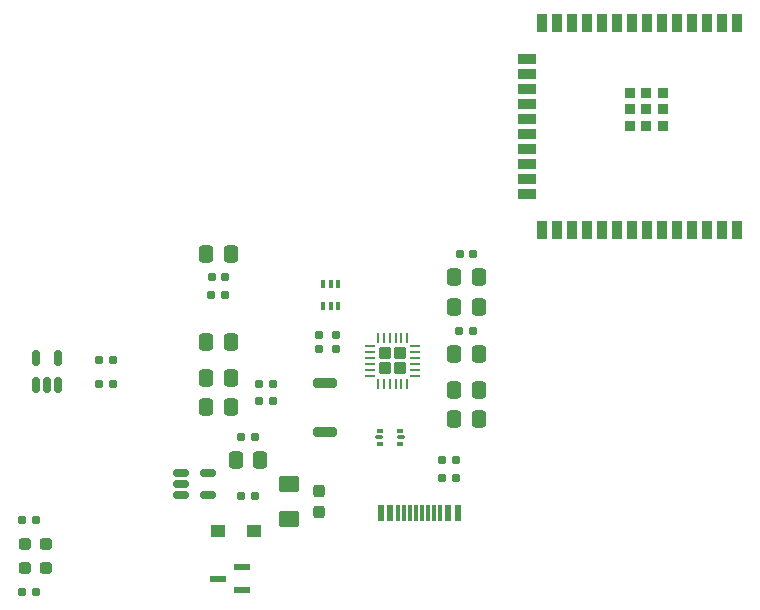
<source format=gbr>
%TF.GenerationSoftware,KiCad,Pcbnew,8.0.3*%
%TF.CreationDate,2024-06-13T15:47:36+01:00*%
%TF.ProjectId,PCB,5043422e-6b69-4636-9164-5f7063625858,rev?*%
%TF.SameCoordinates,Original*%
%TF.FileFunction,Paste,Top*%
%TF.FilePolarity,Positive*%
%FSLAX46Y46*%
G04 Gerber Fmt 4.6, Leading zero omitted, Abs format (unit mm)*
G04 Created by KiCad (PCBNEW 8.0.3) date 2024-06-13 15:47:36*
%MOMM*%
%LPD*%
G01*
G04 APERTURE LIST*
G04 Aperture macros list*
%AMRoundRect*
0 Rectangle with rounded corners*
0 $1 Rounding radius*
0 $2 $3 $4 $5 $6 $7 $8 $9 X,Y pos of 4 corners*
0 Add a 4 corners polygon primitive as box body*
4,1,4,$2,$3,$4,$5,$6,$7,$8,$9,$2,$3,0*
0 Add four circle primitives for the rounded corners*
1,1,$1+$1,$2,$3*
1,1,$1+$1,$4,$5*
1,1,$1+$1,$6,$7*
1,1,$1+$1,$8,$9*
0 Add four rect primitives between the rounded corners*
20,1,$1+$1,$2,$3,$4,$5,0*
20,1,$1+$1,$4,$5,$6,$7,0*
20,1,$1+$1,$6,$7,$8,$9,0*
20,1,$1+$1,$8,$9,$2,$3,0*%
G04 Aperture macros list end*
%ADD10RoundRect,0.200000X0.800000X-0.200000X0.800000X0.200000X-0.800000X0.200000X-0.800000X-0.200000X0*%
%ADD11RoundRect,0.160000X0.197500X0.160000X-0.197500X0.160000X-0.197500X-0.160000X0.197500X-0.160000X0*%
%ADD12RoundRect,0.160000X-0.197500X-0.160000X0.197500X-0.160000X0.197500X0.160000X-0.197500X0.160000X0*%
%ADD13RoundRect,0.155000X-0.212500X-0.155000X0.212500X-0.155000X0.212500X0.155000X-0.212500X0.155000X0*%
%ADD14RoundRect,0.250000X-0.337500X-0.475000X0.337500X-0.475000X0.337500X0.475000X-0.337500X0.475000X0*%
%ADD15R,0.600000X1.450000*%
%ADD16R,0.300000X1.450000*%
%ADD17R,0.900000X1.500000*%
%ADD18R,1.500000X0.900000*%
%ADD19R,0.900000X0.900000*%
%ADD20RoundRect,0.100000X0.100000X-0.225000X0.100000X0.225000X-0.100000X0.225000X-0.100000X-0.225000X0*%
%ADD21RoundRect,0.237500X-0.287500X-0.237500X0.287500X-0.237500X0.287500X0.237500X-0.287500X0.237500X0*%
%ADD22RoundRect,0.237500X0.237500X-0.287500X0.237500X0.287500X-0.237500X0.287500X-0.237500X-0.287500X0*%
%ADD23RoundRect,0.150000X0.150000X-0.512500X0.150000X0.512500X-0.150000X0.512500X-0.150000X-0.512500X0*%
%ADD24RoundRect,0.160000X0.160000X-0.197500X0.160000X0.197500X-0.160000X0.197500X-0.160000X-0.197500X0*%
%ADD25RoundRect,0.093750X-0.156250X-0.093750X0.156250X-0.093750X0.156250X0.093750X-0.156250X0.093750X0*%
%ADD26RoundRect,0.075000X-0.250000X-0.075000X0.250000X-0.075000X0.250000X0.075000X-0.250000X0.075000X0*%
%ADD27R,1.320800X0.558800*%
%ADD28RoundRect,0.237500X0.287500X0.237500X-0.287500X0.237500X-0.287500X-0.237500X0.287500X-0.237500X0*%
%ADD29RoundRect,0.250001X0.624999X-0.462499X0.624999X0.462499X-0.624999X0.462499X-0.624999X-0.462499X0*%
%ADD30RoundRect,0.150000X-0.512500X-0.150000X0.512500X-0.150000X0.512500X0.150000X-0.512500X0.150000X0*%
%ADD31RoundRect,0.250000X0.275000X-0.275000X0.275000X0.275000X-0.275000X0.275000X-0.275000X-0.275000X0*%
%ADD32RoundRect,0.062500X0.062500X-0.350000X0.062500X0.350000X-0.062500X0.350000X-0.062500X-0.350000X0*%
%ADD33RoundRect,0.062500X0.350000X-0.062500X0.350000X0.062500X-0.350000X0.062500X-0.350000X-0.062500X0*%
%ADD34R,1.143000X1.092200*%
G04 APERTURE END LIST*
D10*
%TO.C,SW2*%
X92500000Y-154100000D03*
X92500000Y-149900000D03*
%TD*%
D11*
%TO.C,R13*%
X88097500Y-151500000D03*
X86902500Y-151500000D03*
%TD*%
D12*
%TO.C,R12*%
X86902500Y-150000000D03*
X88097500Y-150000000D03*
%TD*%
%TO.C,R9*%
X82902500Y-142500000D03*
X84097500Y-142500000D03*
%TD*%
D13*
%TO.C,C10*%
X103932500Y-139000000D03*
X105067500Y-139000000D03*
%TD*%
D12*
%TO.C,R5*%
X102402500Y-156500000D03*
X103597500Y-156500000D03*
%TD*%
D14*
%TO.C,C1*%
X84962500Y-156500000D03*
X87037500Y-156500000D03*
%TD*%
D15*
%TO.C,J1*%
X97250000Y-160955000D03*
X98050000Y-160955000D03*
D16*
X99250000Y-160955000D03*
X100250000Y-160955000D03*
X100750000Y-160955000D03*
X101750000Y-160955000D03*
D15*
X102950000Y-160955000D03*
X103750000Y-160955000D03*
X103750000Y-160955000D03*
X102950000Y-160955000D03*
D16*
X102250000Y-160955000D03*
X101250000Y-160955000D03*
X99750000Y-160955000D03*
X98750000Y-160955000D03*
D15*
X98050000Y-160955000D03*
X97250000Y-160955000D03*
%TD*%
D11*
%TO.C,R3*%
X86597500Y-154500000D03*
X85402500Y-154500000D03*
%TD*%
%TO.C,R8*%
X105097500Y-145500000D03*
X103902500Y-145500000D03*
%TD*%
D13*
%TO.C,C12*%
X82932500Y-141000000D03*
X84067500Y-141000000D03*
%TD*%
D17*
%TO.C,U5*%
X127430000Y-119500000D03*
X126160000Y-119500000D03*
X124890000Y-119500000D03*
X123620000Y-119500000D03*
X122350000Y-119500000D03*
X121080000Y-119500000D03*
X119810000Y-119500000D03*
X118540000Y-119500000D03*
X117270000Y-119500000D03*
X116000000Y-119500000D03*
X114730000Y-119500000D03*
X113460000Y-119500000D03*
X112190000Y-119500000D03*
X110920000Y-119500000D03*
D18*
X109670000Y-122540000D03*
X109670000Y-123810000D03*
X109670000Y-125080000D03*
X109670000Y-126350000D03*
X109670000Y-127620000D03*
X109670000Y-128890000D03*
X109670000Y-130160000D03*
X109670000Y-131430000D03*
X109670000Y-132700000D03*
X109670000Y-133970000D03*
D17*
X110920000Y-137000000D03*
X112190000Y-137000000D03*
X113460000Y-137000000D03*
X114730000Y-137000000D03*
X116000000Y-137000000D03*
X117270000Y-137000000D03*
X118540000Y-137000000D03*
X119810000Y-137000000D03*
X121080000Y-137000000D03*
X122350000Y-137000000D03*
X123620000Y-137000000D03*
X124890000Y-137000000D03*
X126160000Y-137000000D03*
X127430000Y-137000000D03*
D19*
X121110000Y-125350000D03*
X119710000Y-125350000D03*
X118310000Y-125350000D03*
X121110000Y-126750000D03*
X119710000Y-126750000D03*
X118310000Y-126750000D03*
X121110000Y-128150000D03*
X119710000Y-128150000D03*
X118310000Y-128150000D03*
%TD*%
D14*
%TO.C,C8*%
X82462500Y-146500000D03*
X84537500Y-146500000D03*
%TD*%
%TO.C,C13*%
X103462500Y-141000000D03*
X105537500Y-141000000D03*
%TD*%
D11*
%TO.C,R6*%
X68097500Y-161500000D03*
X66902500Y-161500000D03*
%TD*%
D12*
%TO.C,R4*%
X102402500Y-158000000D03*
X103597500Y-158000000D03*
%TD*%
D20*
%TO.C,Q2*%
X92350000Y-143450000D03*
X93000000Y-143450000D03*
X93650000Y-143450000D03*
X93650000Y-141550000D03*
X93000000Y-141550000D03*
X92350000Y-141550000D03*
%TD*%
D11*
%TO.C,R1*%
X86597500Y-159500000D03*
X85402500Y-159500000D03*
%TD*%
D21*
%TO.C,D1*%
X67125000Y-163611250D03*
X68875000Y-163611250D03*
%TD*%
D13*
%TO.C,C4*%
X73432500Y-150000000D03*
X74567500Y-150000000D03*
%TD*%
D22*
%TO.C,FB1*%
X92000000Y-160875000D03*
X92000000Y-159125000D03*
%TD*%
D12*
%TO.C,R2*%
X73402500Y-148000000D03*
X74597500Y-148000000D03*
%TD*%
D23*
%TO.C,U1*%
X68050000Y-150137500D03*
X69000000Y-150137500D03*
X69950000Y-150137500D03*
X69950000Y-147862500D03*
X68050000Y-147862500D03*
%TD*%
D14*
%TO.C,C6*%
X103462500Y-150500000D03*
X105537500Y-150500000D03*
%TD*%
D24*
%TO.C,R11*%
X93500000Y-147097500D03*
X93500000Y-145902500D03*
%TD*%
D25*
%TO.C,U3*%
X97187500Y-154000000D03*
D26*
X97112500Y-154537500D03*
D25*
X97187500Y-155075000D03*
X98887500Y-155075000D03*
D26*
X98962500Y-154537500D03*
D25*
X98887500Y-154000000D03*
%TD*%
D14*
%TO.C,C2*%
X82462500Y-152000000D03*
X84537500Y-152000000D03*
%TD*%
D27*
%TO.C,Q1*%
X85516000Y-167465200D03*
X85516000Y-165534800D03*
X83484000Y-166500000D03*
%TD*%
D14*
%TO.C,C11*%
X103462500Y-143500000D03*
X105537500Y-143500000D03*
%TD*%
D28*
%TO.C,D2*%
X68875000Y-165611250D03*
X67125000Y-165611250D03*
%TD*%
D14*
%TO.C,C7*%
X103462500Y-147500000D03*
X105537500Y-147500000D03*
%TD*%
D29*
%TO.C,F1*%
X89500000Y-161487500D03*
X89500000Y-158512500D03*
%TD*%
D11*
%TO.C,R7*%
X68097500Y-167611250D03*
X66902500Y-167611250D03*
%TD*%
D14*
%TO.C,C9*%
X82462500Y-139000000D03*
X84537500Y-139000000D03*
%TD*%
%TO.C,C5*%
X82462500Y-149500000D03*
X84537500Y-149500000D03*
%TD*%
D24*
%TO.C,R10*%
X92000000Y-147097500D03*
X92000000Y-145902500D03*
%TD*%
D30*
%TO.C,U2*%
X80362500Y-157550000D03*
X80362500Y-158500000D03*
X80362500Y-159450000D03*
X82637500Y-159450000D03*
X82637500Y-157550000D03*
%TD*%
D14*
%TO.C,C3*%
X103462500Y-153000000D03*
X105537500Y-153000000D03*
%TD*%
D31*
%TO.C,U4*%
X97600000Y-148712500D03*
X98900000Y-148712500D03*
X97600000Y-147412500D03*
X98900000Y-147412500D03*
D32*
X97000000Y-150000000D03*
X97500000Y-150000000D03*
X98000000Y-150000000D03*
X98500000Y-150000000D03*
X99000000Y-150000000D03*
X99500000Y-150000000D03*
D33*
X100187500Y-149312500D03*
X100187500Y-148812500D03*
X100187500Y-148312500D03*
X100187500Y-147812500D03*
X100187500Y-147312500D03*
X100187500Y-146812500D03*
D32*
X99500000Y-146125000D03*
X99000000Y-146125000D03*
X98500000Y-146125000D03*
X98000000Y-146125000D03*
X97500000Y-146125000D03*
X97000000Y-146125000D03*
D33*
X96312500Y-146812500D03*
X96312500Y-147312500D03*
X96312500Y-147812500D03*
X96312500Y-148312500D03*
X96312500Y-148812500D03*
X96312500Y-149312500D03*
%TD*%
D34*
%TO.C,CR1*%
X83463300Y-162500000D03*
X86536700Y-162500000D03*
%TD*%
M02*

</source>
